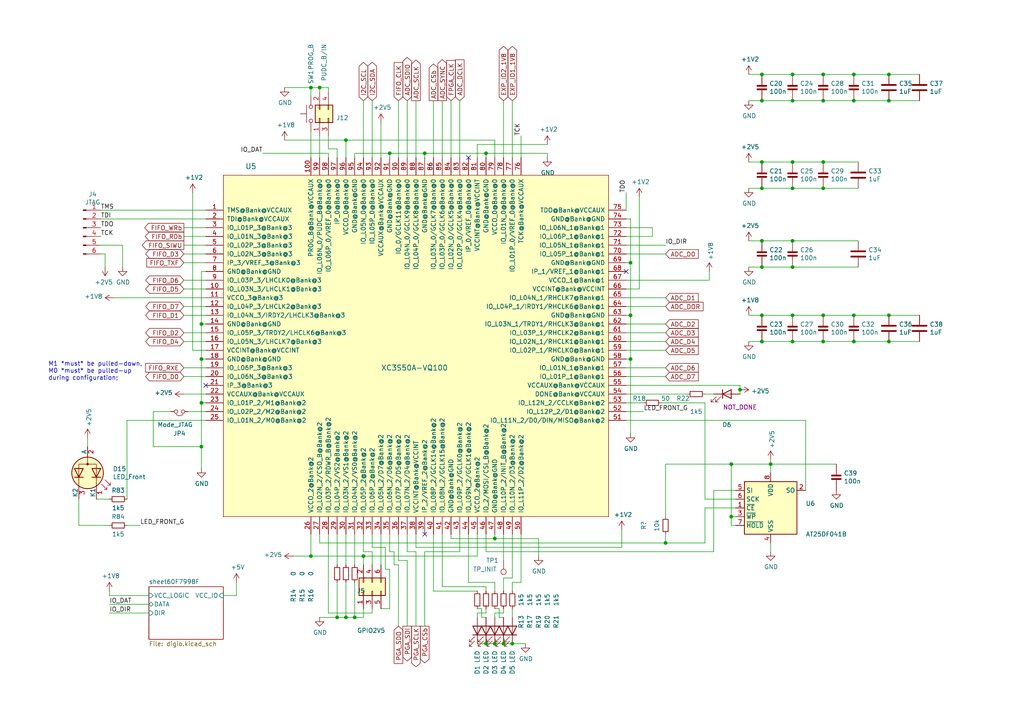
<source format=kicad_sch>
(kicad_sch (version 20230121) (generator eeschema)
  (paper "A4")
  (junction (at 247.65 91.44))
  (junction (at 90.17 25.4))
  (junction (at 105.41 161.29))
  (junction (at 143.51 186.69))
  (junction (at 97.79 179.07))
  (junction (at 229.87 77.47))
  (junction (at 220.98 29.21))
  (junction (at 212.09 134.62))
  (junction (at 238.76 99.06))
  (junction (at 238.76 21.59))
  (junction (at 123.19 44.45))
  (junction (at 220.98 69.85))
  (junction (at 58.42 129.54))
  (junction (at 90.17 161.29))
  (junction (at 229.87 29.21))
  (junction (at 220.98 54.61))
  (junction (at 229.87 69.85))
  (junction (at 238.76 29.21))
  (junction (at 220.98 46.99))
  (junction (at 143.51 156.21))
  (junction (at 229.87 91.44))
  (junction (at 92.71 25.4))
  (junction (at 223.52 134.62))
  (junction (at 214.63 113.03))
  (junction (at 58.42 104.14))
  (junction (at 102.87 179.07))
  (junction (at 182.88 91.44))
  (junction (at 257.81 99.06))
  (junction (at 247.65 21.59))
  (junction (at 140.97 186.69))
  (junction (at 58.42 116.84))
  (junction (at 229.87 54.61))
  (junction (at 247.65 29.21))
  (junction (at 220.98 99.06))
  (junction (at 238.76 54.61))
  (junction (at 238.76 46.99))
  (junction (at 182.88 104.14))
  (junction (at 229.87 46.99))
  (junction (at 238.76 91.44))
  (junction (at 193.04 157.48))
  (junction (at 220.98 21.59))
  (junction (at 247.65 99.06))
  (junction (at 212.09 149.86))
  (junction (at 257.81 21.59))
  (junction (at 100.33 179.07))
  (junction (at 146.05 186.69))
  (junction (at 229.87 21.59))
  (junction (at 220.98 91.44))
  (junction (at 229.87 99.06))
  (junction (at 257.81 29.21))
  (junction (at 148.59 186.69))
  (junction (at 140.97 44.45))
  (junction (at 113.03 44.45))
  (junction (at 257.81 91.44))
  (junction (at 58.42 93.98))
  (junction (at 100.33 40.64))
  (junction (at 220.98 77.47))
  (junction (at 182.88 76.2))
  (no_connect (at 59.69 111.76))
  (no_connect (at 181.61 78.74))
  (no_connect (at 135.89 45.72))
  (no_connect (at 123.19 154.94))
  (wire (pts (xy 53.34 109.22) (xy 59.69 109.22)))
  (wire (pts (xy 135.89 168.91) (xy 143.51 168.91)))
  (wire (pts (xy 118.11 154.94) (xy 118.11 160.02)))
  (wire (pts (xy 58.42 104.14) (xy 58.42 116.84)))
  (wire (pts (xy 105.41 163.83) (xy 105.41 161.29)))
  (wire (pts (xy 238.76 21.59) (xy 247.65 21.59)))
  (wire (pts (xy 59.69 93.98) (xy 58.42 93.98)))
  (wire (pts (xy 181.61 104.14) (xy 182.88 104.14)))
  (wire (pts (xy 205.74 78.74) (xy 205.74 81.28)))
  (wire (pts (xy 113.03 176.53) (xy 110.49 176.53)))
  (wire (pts (xy 223.52 134.62) (xy 212.09 134.62)))
  (wire (pts (xy 143.51 186.69) (xy 140.97 186.69)))
  (wire (pts (xy 229.87 77.47) (xy 248.92 77.47)))
  (wire (pts (xy 133.35 160.02) (xy 133.35 154.94)))
  (wire (pts (xy 182.88 91.44) (xy 182.88 104.14)))
  (wire (pts (xy 257.81 29.21) (xy 266.7 29.21)))
  (wire (pts (xy 59.69 104.14) (xy 58.42 104.14)))
  (wire (pts (xy 100.33 40.64) (xy 82.55 40.64)))
  (wire (pts (xy 102.87 179.07) (xy 105.41 179.07)))
  (wire (pts (xy 138.43 177.8) (xy 140.97 177.8)))
  (wire (pts (xy 217.17 54.61) (xy 220.98 54.61)))
  (wire (pts (xy 100.33 45.72) (xy 100.33 40.64)))
  (wire (pts (xy 181.61 96.52) (xy 193.04 96.52)))
  (wire (pts (xy 113.03 45.72) (xy 113.03 44.45)))
  (wire (pts (xy 257.81 91.44) (xy 247.65 91.44)))
  (wire (pts (xy 143.51 177.8) (xy 143.51 179.07)))
  (wire (pts (xy 44.45 129.54) (xy 58.42 129.54)))
  (wire (pts (xy 217.17 21.59) (xy 220.98 21.59)))
  (wire (pts (xy 44.45 119.38) (xy 44.45 129.54)))
  (wire (pts (xy 102.87 44.45) (xy 102.87 45.72)))
  (wire (pts (xy 113.03 160.02) (xy 114.3 160.02)))
  (wire (pts (xy 181.61 73.66) (xy 193.04 73.66)))
  (wire (pts (xy 102.87 168.91) (xy 102.87 179.07)))
  (wire (pts (xy 115.57 154.94) (xy 115.57 162.56)))
  (wire (pts (xy 113.03 165.1) (xy 113.03 176.53)))
  (wire (pts (xy 180.34 158.75) (xy 180.34 153.67)))
  (wire (pts (xy 22.86 152.4) (xy 31.75 152.4)))
  (wire (pts (xy 31.75 172.72) (xy 31.75 171.45)))
  (wire (pts (xy 92.71 26.67) (xy 92.71 25.4)))
  (wire (pts (xy 181.61 93.98) (xy 193.04 93.98)))
  (wire (pts (xy 53.34 91.44) (xy 59.69 91.44)))
  (wire (pts (xy 204.47 114.3) (xy 207.01 114.3)))
  (wire (pts (xy 130.81 154.94) (xy 130.81 156.21)))
  (wire (pts (xy 118.11 162.56) (xy 118.11 181.61)))
  (wire (pts (xy 59.69 60.96) (xy 29.21 60.96)))
  (wire (pts (xy 138.43 154.94) (xy 138.43 161.29)))
  (wire (pts (xy 97.79 45.72) (xy 97.79 43.18)))
  (wire (pts (xy 247.65 29.21) (xy 257.81 29.21)))
  (wire (pts (xy 40.64 152.4) (xy 36.83 152.4)))
  (wire (pts (xy 204.47 147.32) (xy 213.36 147.32)))
  (wire (pts (xy 148.59 186.69) (xy 146.05 186.69)))
  (wire (pts (xy 139.7 179.07) (xy 140.97 179.07)))
  (wire (pts (xy 212.09 152.4) (xy 213.36 152.4)))
  (wire (pts (xy 128.27 29.21) (xy 128.27 45.72)))
  (wire (pts (xy 35.56 71.12) (xy 35.56 77.47)))
  (wire (pts (xy 123.19 160.02) (xy 133.35 160.02)))
  (wire (pts (xy 97.79 43.18) (xy 95.25 43.18)))
  (wire (pts (xy 130.81 156.21) (xy 143.51 156.21)))
  (wire (pts (xy 144.78 176.53) (xy 144.78 179.07)))
  (wire (pts (xy 181.61 63.5) (xy 182.88 63.5)))
  (wire (pts (xy 181.61 114.3) (xy 199.39 114.3)))
  (wire (pts (xy 59.69 114.3) (xy 53.34 114.3)))
  (wire (pts (xy 204.47 116.84) (xy 204.47 144.78)))
  (wire (pts (xy 59.69 71.12) (xy 53.34 71.12)))
  (wire (pts (xy 140.97 177.8) (xy 140.97 176.53)))
  (wire (pts (xy 266.7 21.59) (xy 257.81 21.59)))
  (wire (pts (xy 68.58 168.91) (xy 68.58 172.72)))
  (wire (pts (xy 92.71 154.94) (xy 92.71 157.48)))
  (wire (pts (xy 58.42 129.54) (xy 58.42 135.89)))
  (wire (pts (xy 229.87 91.44) (xy 238.76 91.44)))
  (wire (pts (xy 115.57 163.83) (xy 115.57 181.61)))
  (wire (pts (xy 105.41 176.53) (xy 105.41 179.07)))
  (wire (pts (xy 68.58 172.72) (xy 64.77 172.72)))
  (wire (pts (xy 140.97 170.18) (xy 140.97 171.45)))
  (wire (pts (xy 181.61 109.22) (xy 193.04 109.22)))
  (wire (pts (xy 114.3 160.02) (xy 114.3 163.83)))
  (wire (pts (xy 133.35 29.21) (xy 133.35 45.72)))
  (wire (pts (xy 151.13 168.91) (xy 148.59 168.91)))
  (wire (pts (xy 146.05 176.53) (xy 146.05 177.8)))
  (wire (pts (xy 143.51 156.21) (xy 156.21 156.21)))
  (wire (pts (xy 212.09 149.86) (xy 212.09 152.4)))
  (wire (pts (xy 146.05 167.64) (xy 146.05 171.45)))
  (wire (pts (xy 115.57 29.21) (xy 115.57 45.72)))
  (wire (pts (xy 92.71 157.48) (xy 193.04 157.48)))
  (wire (pts (xy 107.95 177.8) (xy 107.95 176.53)))
  (wire (pts (xy 120.65 154.94) (xy 120.65 158.75)))
  (wire (pts (xy 111.76 158.75) (xy 111.76 165.1)))
  (wire (pts (xy 193.04 99.06) (xy 181.61 99.06)))
  (wire (pts (xy 30.48 73.66) (xy 30.48 77.47)))
  (wire (pts (xy 229.87 29.21) (xy 238.76 29.21)))
  (wire (pts (xy 36.83 121.92) (xy 36.83 144.78)))
  (wire (pts (xy 223.52 134.62) (xy 223.52 133.35)))
  (wire (pts (xy 59.69 116.84) (xy 58.42 116.84)))
  (wire (pts (xy 55.88 101.6) (xy 59.69 101.6)))
  (wire (pts (xy 105.41 29.21) (xy 105.41 45.72)))
  (wire (pts (xy 95.25 44.45) (xy 76.2 44.45)))
  (wire (pts (xy 95.25 26.67) (xy 95.25 25.4)))
  (wire (pts (xy 49.53 119.38) (xy 44.45 119.38)))
  (wire (pts (xy 125.73 29.21) (xy 125.73 45.72)))
  (wire (pts (xy 143.51 176.53) (xy 144.78 176.53)))
  (wire (pts (xy 140.97 160.02) (xy 207.01 160.02)))
  (wire (pts (xy 59.69 63.5) (xy 29.21 63.5)))
  (wire (pts (xy 151.13 45.72) (xy 151.13 39.37)))
  (wire (pts (xy 140.97 45.72) (xy 140.97 44.45)))
  (wire (pts (xy 58.42 78.74) (xy 58.42 93.98)))
  (wire (pts (xy 146.05 154.94) (xy 146.05 162.56)))
  (wire (pts (xy 220.98 77.47) (xy 229.87 77.47)))
  (wire (pts (xy 130.81 29.21) (xy 130.81 45.72)))
  (wire (pts (xy 207.01 142.24) (xy 213.36 142.24)))
  (wire (pts (xy 186.69 119.38) (xy 181.61 119.38)))
  (wire (pts (xy 238.76 91.44) (xy 247.65 91.44)))
  (wire (pts (xy 217.17 69.85) (xy 220.98 69.85)))
  (wire (pts (xy 148.59 154.94) (xy 148.59 167.64)))
  (wire (pts (xy 181.61 76.2) (xy 182.88 76.2)))
  (wire (pts (xy 105.41 161.29) (xy 138.43 161.29)))
  (wire (pts (xy 53.34 68.58) (xy 59.69 68.58)))
  (wire (pts (xy 257.81 21.59) (xy 247.65 21.59)))
  (wire (pts (xy 59.69 119.38) (xy 54.61 119.38)))
  (wire (pts (xy 182.88 104.14) (xy 182.88 125.73)))
  (wire (pts (xy 151.13 154.94) (xy 151.13 168.91)))
  (wire (pts (xy 110.49 154.94) (xy 110.49 163.83)))
  (wire (pts (xy 29.21 71.12) (xy 35.56 71.12)))
  (wire (pts (xy 140.97 44.45) (xy 158.75 44.45)))
  (wire (pts (xy 53.34 83.82) (xy 59.69 83.82)))
  (wire (pts (xy 143.51 168.91) (xy 143.51 171.45)))
  (wire (pts (xy 217.17 29.21) (xy 220.98 29.21)))
  (wire (pts (xy 43.18 172.72) (xy 31.75 172.72)))
  (wire (pts (xy 113.03 44.45) (xy 123.19 44.45)))
  (wire (pts (xy 95.25 154.94) (xy 95.25 177.8)))
  (wire (pts (xy 97.79 168.91) (xy 97.79 179.07)))
  (wire (pts (xy 181.61 66.04) (xy 189.23 66.04)))
  (wire (pts (xy 107.95 29.21) (xy 107.95 45.72)))
  (wire (pts (xy 223.52 137.16) (xy 223.52 134.62)))
  (wire (pts (xy 193.04 149.86) (xy 193.04 134.62)))
  (wire (pts (xy 220.98 91.44) (xy 229.87 91.44)))
  (wire (pts (xy 118.11 160.02) (xy 120.65 160.02)))
  (wire (pts (xy 242.57 134.62) (xy 223.52 134.62)))
  (wire (pts (xy 105.41 154.94) (xy 105.41 160.02)))
  (wire (pts (xy 143.51 45.72) (xy 143.51 40.64)))
  (wire (pts (xy 181.61 111.76) (xy 214.63 111.76)))
  (wire (pts (xy 135.89 154.94) (xy 135.89 168.91)))
  (wire (pts (xy 266.7 91.44) (xy 257.81 91.44)))
  (wire (pts (xy 53.34 66.04) (xy 59.69 66.04)))
  (wire (pts (xy 120.65 160.02) (xy 120.65 181.61)))
  (wire (pts (xy 33.02 86.36) (xy 59.69 86.36)))
  (wire (pts (xy 102.87 44.45) (xy 113.03 44.45)))
  (wire (pts (xy 193.04 157.48) (xy 204.47 157.48)))
  (wire (pts (xy 181.61 91.44) (xy 182.88 91.44)))
  (wire (pts (xy 140.97 154.94) (xy 140.97 160.02)))
  (wire (pts (xy 156.21 156.21) (xy 156.21 161.29)))
  (wire (pts (xy 144.78 179.07) (xy 146.05 179.07)))
  (wire (pts (xy 120.65 158.75) (xy 180.34 158.75)))
  (wire (pts (xy 217.17 99.06) (xy 220.98 99.06)))
  (wire (pts (xy 185.42 57.15) (xy 185.42 83.82)))
  (wire (pts (xy 90.17 161.29) (xy 105.41 161.29)))
  (wire (pts (xy 111.76 165.1) (xy 113.03 165.1)))
  (wire (pts (xy 107.95 158.75) (xy 111.76 158.75)))
  (wire (pts (xy 220.98 29.21) (xy 229.87 29.21)))
  (wire (pts (xy 123.19 45.72) (xy 123.19 44.45)))
  (wire (pts (xy 182.88 63.5) (xy 182.88 76.2)))
  (wire (pts (xy 229.87 46.99) (xy 238.76 46.99)))
  (wire (pts (xy 90.17 161.29) (xy 85.09 161.29)))
  (wire (pts (xy 82.55 25.4) (xy 90.17 25.4)))
  (wire (pts (xy 92.71 179.07) (xy 97.79 179.07)))
  (wire (pts (xy 148.59 167.64) (xy 146.05 167.64)))
  (wire (pts (xy 229.87 99.06) (xy 238.76 99.06)))
  (wire (pts (xy 110.49 45.72) (xy 110.49 35.56)))
  (wire (pts (xy 148.59 186.69) (xy 152.4 186.69)))
  (wire (pts (xy 125.73 154.94) (xy 125.73 171.45)))
  (wire (pts (xy 229.87 69.85) (xy 248.92 69.85)))
  (wire (pts (xy 114.3 163.83) (xy 115.57 163.83)))
  (wire (pts (xy 128.27 170.18) (xy 140.97 170.18)))
  (wire (pts (xy 138.43 176.53) (xy 139.7 176.53)))
  (wire (pts (xy 143.51 154.94) (xy 143.51 156.21)))
  (wire (pts (xy 220.98 69.85) (xy 229.87 69.85)))
  (wire (pts (xy 43.18 175.26) (xy 31.75 175.26)))
  (wire (pts (xy 113.03 154.94) (xy 113.03 160.02)))
  (wire (pts (xy 223.52 157.48) (xy 223.52 160.02)))
  (wire (pts (xy 125.73 171.45) (xy 138.43 171.45)))
  (wire (pts (xy 217.17 91.44) (xy 220.98 91.44)))
  (wire (pts (xy 185.42 83.82) (xy 181.61 83.82)))
  (wire (pts (xy 207.01 160.02) (xy 207.01 142.24)))
  (wire (pts (xy 204.47 144.78) (xy 213.36 144.78)))
  (wire (pts (xy 58.42 116.84) (xy 58.42 129.54)))
  (wire (pts (xy 257.81 99.06) (xy 266.7 99.06)))
  (wire (pts (xy 146.05 186.69) (xy 143.51 186.69)))
  (wire (pts (xy 229.87 21.59) (xy 238.76 21.59)))
  (wire (pts (xy 217.17 77.47) (xy 220.98 77.47)))
  (wire (pts (xy 92.71 25.4) (xy 90.17 25.4)))
  (wire (pts (xy 53.34 99.06) (xy 59.69 99.06)))
  (wire (pts (xy 148.59 176.53) (xy 148.59 179.07)))
  (wire (pts (xy 115.57 162.56) (xy 118.11 162.56)))
  (wire (pts (xy 55.88 101.6) (xy 55.88 55.88)))
  (wire (pts (xy 120.65 29.21) (xy 120.65 45.72)))
  (wire (pts (xy 59.69 78.74) (xy 58.42 78.74)))
  (wire (pts (xy 43.18 177.8) (xy 31.75 177.8)))
  (wire (pts (xy 181.61 101.6) (xy 193.04 101.6)))
  (wire (pts (xy 220.98 99.06) (xy 229.87 99.06)))
  (wire (pts (xy 146.05 177.8) (xy 143.51 177.8)))
  (wire (pts (xy 138.43 179.07) (xy 138.43 177.8)))
  (wire (pts (xy 123.19 44.45) (xy 140.97 44.45)))
  (wire (pts (xy 233.68 121.92) (xy 181.61 121.92)))
  (wire (pts (xy 189.23 66.04) (xy 189.23 68.58)))
  (wire (pts (xy 128.27 154.94) (xy 128.27 170.18)))
  (wire (pts (xy 107.95 154.94) (xy 107.95 158.75)))
  (wire (pts (xy 95.25 43.18) (xy 95.25 39.37)))
  (wire (pts (xy 90.17 154.94) (xy 90.17 161.29)))
  (wire (pts (xy 92.71 39.37) (xy 92.71 45.72)))
  (wire (pts (xy 181.61 86.36) (xy 193.04 86.36)))
  (wire (pts (xy 148.59 29.21) (xy 148.59 45.72)))
  (wire (pts (xy 27.94 144.78) (xy 31.75 144.78)))
  (wire (pts (xy 193.04 88.9) (xy 181.61 88.9)))
  (wire (pts (xy 118.11 29.21) (xy 118.11 45.72)))
  (wire (pts (xy 191.77 116.84) (xy 204.47 116.84)))
  (wire (pts (xy 102.87 154.94) (xy 102.87 163.83)))
  (wire (pts (xy 123.19 160.02) (xy 123.19 181.61)))
  (wire (pts (xy 95.25 177.8) (xy 107.95 177.8)))
  (wire (pts (xy 247.65 99.06) (xy 257.81 99.06)))
  (wire (pts (xy 53.34 88.9) (xy 59.69 88.9)))
  (wire (pts (xy 105.41 160.02) (xy 107.95 160.02)))
  (wire (pts (xy 100.33 154.94) (xy 100.33 163.83)))
  (wire (pts (xy 22.86 144.78) (xy 22.86 152.4)))
  (wire (pts (xy 53.34 106.68) (xy 59.69 106.68)))
  (wire (pts (xy 238.76 29.21) (xy 247.65 29.21)))
  (wire (pts (xy 220.98 21.59) (xy 229.87 21.59)))
  (wire (pts (xy 146.05 29.21) (xy 146.05 45.72)))
  (wire (pts (xy 193.04 134.62) (xy 212.09 134.62)))
  (wire (pts (xy 100.33 168.91) (xy 100.33 179.07)))
  (wire (pts (xy 220.98 46.99) (xy 229.87 46.99)))
  (wire (pts (xy 238.76 99.06) (xy 247.65 99.06)))
  (wire (pts (xy 58.42 93.98) (xy 58.42 104.14)))
  (wire (pts (xy 140.97 186.69) (xy 138.43 186.69)))
  (wire (pts (xy 158.75 44.45) (xy 158.75 45.72)))
  (wire (pts (xy 220.98 54.61) (xy 229.87 54.61)))
  (wire (pts (xy 181.61 81.28) (xy 205.74 81.28)))
  (wire (pts (xy 59.69 121.92) (xy 36.83 121.92)))
  (wire (pts (xy 238.76 46.99) (xy 248.92 46.99)))
  (wire (pts (xy 25.4 127) (xy 25.4 129.54)))
  (wire (pts (xy 29.21 73.66) (xy 30.48 73.66)))
  (wire (pts (xy 95.25 45.72) (xy 95.25 44.45)))
  (wire (pts (xy 148.59 168.91) (xy 148.59 171.45)))
  (wire (pts (xy 97.79 179.07) (xy 100.33 179.07)))
  (wire (pts (xy 193.04 154.94) (xy 193.04 157.48)))
  (wire (pts (xy 181.61 71.12) (xy 193.04 71.12)))
  (wire (pts (xy 214.63 113.03) (xy 214.63 114.3)))
  (wire (pts (xy 217.17 46.99) (xy 220.98 46.99)))
  (wire (pts (xy 139.7 176.53) (xy 139.7 179.07)))
  (wire (pts (xy 138.43 41.91) (xy 158.75 41.91)))
  (wire (pts (xy 138.43 45.72) (xy 138.43 41.91)))
  (wire (pts (xy 107.95 160.02) (xy 107.95 163.83)))
  (wire (pts (xy 181.61 60.96) (xy 181.61 55.88)))
  (wire (pts (xy 189.23 68.58) (xy 181.61 68.58)))
  (wire (pts (xy 90.17 38.1) (xy 90.17 45.72)))
  (wire (pts (xy 143.51 40.64) (xy 100.33 40.64)))
  (wire (pts (xy 181.61 116.84) (xy 186.69 116.84)))
  (wire (pts (xy 238.76 54.61) (xy 248.92 54.61)))
  (wire (pts (xy 229.87 54.61) (xy 238.76 54.61)))
  (wire (pts (xy 212.09 134.62) (xy 212.09 149.86)))
  (wire (pts (xy 204.47 147.32) (xy 204.47 157.48)))
  (wire (pts (xy 213.36 149.86) (xy 212.09 149.86)))
  (wire (pts (xy 53.34 76.2) (xy 59.69 76.2)))
  (wire (pts (xy 181.61 106.68) (xy 193.04 106.68)))
  (wire (pts (xy 95.25 25.4) (xy 92.71 25.4)))
  (wire (pts (xy 97.79 154.94) (xy 97.79 163.83)))
  (wire (pts (xy 53.34 96.52) (xy 59.69 96.52)))
  (wire (pts (xy 182.88 76.2) (xy 182.88 91.44)))
  (wire (pts (xy 100.33 179.07) (xy 102.87 179.07)))
  (wire (pts (xy 53.34 81.28) (xy 59.69 81.28)))
  (wire (pts (xy 90.17 25.4) (xy 90.17 27.94)))
  (wire (pts (xy 214.63 111.76) (xy 214.63 113.03)))
  (wire (pts (xy 53.34 73.66) (xy 59.69 73.66)))
  (wire (pts (xy 233.68 142.24) (xy 233.68 121.92)))
  (text "M1 *must* be pulled-down,\nM0 *must* be pulled-up\nduring configuration;" (at 13.97 110.49 0) (effects (font (size 1.27 1.27)) (justify left bottom)))
  (label "IO_DIR" (at 193.04 71.12 0))
  (label "IO_DIR" (at 31.75 177.8 0))
  (label "TCK" (at 29.21 68.58 0))
  (label "IO_DAT" (at 31.75 175.26 0))
  (label "TDO" (at 29.21 66.04 0))
  (label "IO_DAT" (at 76.2 44.45 180))
  (label "TDI" (at 29.21 63.5 0))
  (label "LED_FRONT_G" (at 40.64 152.4 0))
  (label "TCK" (at 151.13 39.37 90))
  (label "LED_FRONT_G" (at 186.69 119.38 0))
  (label "TDO" (at 181.61 55.88 90))
  (label "TMS" (at 29.21 60.96 0))
  (global_label "FIFO_D4" (shape bidirectional) (at 53.34 99.06 180) (property "Intersheetrefs" "${INTERSHEET_REFS}" (effects hide)))
  (global_label "FPGA_CLK" (shape input) (at 130.81 29.21 90) (property "Intersheetrefs" "${INTERSHEET_REFS}" (effects hide)))
  (global_label "FIFO_SIWU" (shape output) (at 53.34 71.12 180) (property "Intersheetrefs" "${INTERSHEET_REFS}" (effects hide)))
  (global_label "ADC_DOR" (shape input) (at 193.04 88.9 0) (property "Intersheetrefs" "${INTERSHEET_REFS}" (effects hide)))
  (global_label "EXP_IO1_1V8" (shape bidirectional) (at 148.59 29.21 90) (property "Intersheetrefs" "${INTERSHEET_REFS}" (effects hide)))
  (global_label "FIFO_WRb" (shape output) (at 53.34 66.04 180) (property "Intersheetrefs" "${INTERSHEET_REFS}" (effects hide)))
  (global_label "FIFO_D2" (shape bidirectional) (at 53.34 96.52 180) (property "Intersheetrefs" "${INTERSHEET_REFS}" (effects hide)))
  (global_label "ADC_D2" (shape input) (at 193.04 93.98 0) (property "Intersheetrefs" "${INTERSHEET_REFS}" (effects hide)))
  (global_label "ADC_D7" (shape input) (at 193.04 109.22 0) (property "Intersheetrefs" "${INTERSHEET_REFS}" (effects hide)))
  (global_label "PGA_CSb" (shape output) (at 123.19 181.61 270) (property "Intersheetrefs" "${INTERSHEET_REFS}" (effects hide)))
  (global_label "I2C_SCL" (shape bidirectional) (at 105.41 29.21 90) (property "Intersheetrefs" "${INTERSHEET_REFS}" (effects hide)))
  (global_label "FIFO_D3" (shape bidirectional) (at 53.34 73.66 180) (property "Intersheetrefs" "${INTERSHEET_REFS}" (effects hide)))
  (global_label "EXP_IO2_1V8" (shape bidirectional) (at 146.05 29.21 90) (property "Intersheetrefs" "${INTERSHEET_REFS}" (effects hide)))
  (global_label "ADC_CSb" (shape output) (at 125.73 29.21 90) (property "Intersheetrefs" "${INTERSHEET_REFS}" (effects hide)))
  (global_label "ADC_SDIO" (shape bidirectional) (at 118.11 29.21 90) (property "Intersheetrefs" "${INTERSHEET_REFS}" (effects hide)))
  (global_label "FIFO_D1" (shape bidirectional) (at 53.34 91.44 180) (property "Intersheetrefs" "${INTERSHEET_REFS}" (effects hide)))
  (global_label "ADC_D5" (shape input) (at 193.04 101.6 0) (property "Intersheetrefs" "${INTERSHEET_REFS}" (effects hide)))
  (global_label "ADC_D4" (shape input) (at 193.04 99.06 0) (property "Intersheetrefs" "${INTERSHEET_REFS}" (effects hide)))
  (global_label "ADC_D3" (shape input) (at 193.04 96.52 0) (property "Intersheetrefs" "${INTERSHEET_REFS}" (effects hide)))
  (global_label "ADC_DCLK" (shape input) (at 133.35 29.21 90) (property "Intersheetrefs" "${INTERSHEET_REFS}" (effects hide)))
  (global_label "PGA_SDO" (shape input) (at 115.57 181.61 270) (property "Intersheetrefs" "${INTERSHEET_REFS}" (effects hide)))
  (global_label "FIFO_D0" (shape bidirectional) (at 53.34 109.22 180) (property "Intersheetrefs" "${INTERSHEET_REFS}" (effects hide)))
  (global_label "PGA_SCLK" (shape output) (at 120.65 181.61 270) (property "Intersheetrefs" "${INTERSHEET_REFS}" (effects hide)))
  (global_label "FIFO_RXE" (shape input) (at 53.34 106.68 180) (property "Intersheetrefs" "${INTERSHEET_REFS}" (effects hide)))
  (global_label "FIFO_D6" (shape bidirectional) (at 53.34 81.28 180) (property "Intersheetrefs" "${INTERSHEET_REFS}" (effects hide)))
  (global_label "FIFO_TXF" (shape input) (at 53.34 76.2 180) (property "Intersheetrefs" "${INTERSHEET_REFS}" (effects hide)))
  (global_label "FIFO_D7" (shape bidirectional) (at 53.34 88.9 180) (property "Intersheetrefs" "${INTERSHEET_REFS}" (effects hide)))
  (global_label "ADC_D1" (shape input) (at 193.04 86.36 0) (property "Intersheetrefs" "${INTERSHEET_REFS}" (effects hide)))
  (global_label "FIFO_D5" (shape bidirectional) (at 53.34 83.82 180) (property "Intersheetrefs" "${INTERSHEET_REFS}" (effects hide)))
  (global_label "ADC_D0" (shape input) (at 193.04 73.66 0) (property "Intersheetrefs" "${INTERSHEET_REFS}" (effects hide)))
  (global_label "ADC_D6" (shape input) (at 193.04 106.68 0) (property "Intersheetrefs" "${INTERSHEET_REFS}" (effects hide)))
  (global_label "PGA_SDI" (shape output) (at 118.11 181.61 270) (property "Intersheetrefs" "${INTERSHEET_REFS}" (effects hide)))
  (global_label "ADC_SCLK" (shape output) (at 120.65 29.21 90) (property "Intersheetrefs" "${INTERSHEET_REFS}" (effects hide)))
  (global_label "I2C_SDA" (shape bidirectional) (at 107.95 29.21 90) (property "Intersheetrefs" "${INTERSHEET_REFS}" (effects hide)))
  (global_label "ADC_SYNC" (shape output) (at 128.27 29.21 90) (property "Intersheetrefs" "${INTERSHEET_REFS}" (effects hide)))
  (global_label "FIFO_CLK" (shape input) (at 115.57 29.21 90) (property "Intersheetrefs" "${INTERSHEET_REFS}" (effects hide)))
  (global_label "FIFO_RDb" (shape output) (at 53.34 68.58 180) (property "Intersheetrefs" "${INTERSHEET_REFS}" (effects hide)))
  (symbol (lib_id "usbadc-rescue:SST25VF080B-50-4x-S2Ax-Memory_Flash") (at 223.52 147.32 0) (unit 1)
    (property "Reference" "U6" (at 233.68 146.05 0) (effects (justify left)))
    (property "Value" "AT25DF041B" (at 233.68 154.94 0) (effects (justify left)))
    (property "Footprint" "Package_SO:SOIC-8_3.9x4.9mm_P1.27mm" (effects hide))
    (property "Datasheet" "https://www.adestotech.com/wp-content/uploads/DS-AT25SF081_045.pdf" (effects hide))
    (property "Part" "AT25DF041B" (effects hide))
    (property "Manufacturer" "Adesto" (effects hide))
  )
  (symbol (lib_id "Device:R_Small") (at 189.23 116.84 270) (unit 1)
    (property "Reference" "R18" (at 185.42 115.57 90))
    (property "Value" "50" (at 193.04 115.57 90))
    (property "Footprint" "Resistor_SMD:R_0603_1608Metric" (effects hide))
  )
  (symbol (lib_id "Device:LED") (at 210.82 114.3 0) (unit 1)
    (property "Reference" "D6" (at 210.82 123.19 0))
    (property "Value" "LED" (effects hide))
    (property "Footprint" "LED_SMD:LED_0603_1608Metric" (effects hide))
    (property "Part" "150060RS75000" (effects hide))
    (property "Manufacturer" "Wurth" (effects hide))
    (property "Label" "NOT_DONE" (at 214.63 118.11 0))
  )
  (symbol (lib_id "power:+2V5") (at 223.52 133.35 0) (unit 1)
    (property "Reference" "#PWR?" (effects hide))
    (property "Value" "+2V5" (at 223.901 130.0988 90) (effects (justify left)))
  )
  (symbol (lib_id "power:GND") (at 223.52 160.02 0) (unit 1)
    (property "Reference" "#PWR?" (effects hide))
    (property "Value" "GND" (at 223.647 164.4142 0))
  )
  (symbol (lib_id "usbadc-rescue:Jumper_NC_Small-Device") (at 52.07 119.38 180) (unit 1)
    (property "Reference" "JP4" (at 52.07 125.73 0))
    (property "Value" "Mode_JTAG" (at 50.8 123.19 0))
    (property "Footprint" "Connector_PinHeader_2.54mm:PinHeader_1x02_P2.54mm_Vertical" (effects hide))
  )
  (symbol (lib_id "Connector:TestPoint") (at 146.05 162.56 180) (unit 1)
    (property "Reference" "TP1" (at 140.97 162.56 0) (effects (justify right)))
    (property "Value" "TP_INIT" (at 137.16 165.1 0) (effects (justify right)))
    (property "Footprint" "TestPoint:TestPoint_Pad_D1.0mm" (effects hide))
  )
  (symbol (lib_id "Device:R_Small") (at 97.79 166.37 0) (unit 1)
    (property "Reference" "R14" (at 85.09 172.72 90))
    (property "Value" "0" (at 85.09 166.37 90))
    (property "Footprint" "Resistor_SMD:R_0603_1608Metric" (effects hide))
    (property "Part" "RMCF0603ZT0R00" (effects hide))
    (property "Manufacturer" "Stackpole" (effects hide))
  )
  (symbol (lib_id "power:GND") (at 92.71 179.07 0) (unit 1)
    (property "Reference" "#PWR?" (effects hide))
    (property "Value" "GND" (at 92.837 183.4642 0))
  )
  (symbol (lib_id "fmc:100nF_402") (at 220.98 25.4 0) (unit 1)
    (property "Reference" "C20" (at 223.139 24.2316 0) (effects (justify left)))
    (property "Value" "100n" (at 223.139 26.543 0) (effects (justify left)))
    (property "Footprint" "Capacitor_SMD:C_0402_1005Metric" (effects hide))
    (property "Part" "GRM155R61C104KA88D" (effects hide))
    (property "Manufacturer" "Murata" (effects hide))
  )
  (symbol (lib_id "fmc:100nF_402") (at 229.87 25.4 0) (unit 1)
    (property "Reference" "C24" (at 232.029 24.2316 0) (effects (justify left)))
    (property "Value" "100n" (at 232.029 26.543 0) (effects (justify left)))
    (property "Footprint" "Capacitor_SMD:C_0402_1005Metric" (effects hide))
    (property "Part" "GRM155R61C104KA88D" (effects hide))
    (property "Manufacturer" "Murata" (effects hide))
  )
  (symbol (lib_id "fmc:100nF_402") (at 238.76 25.4 0) (unit 1)
    (property "Reference" "C28" (at 240.919 24.2316 0) (effects (justify left)))
    (property "Value" "100n" (at 240.919 26.543 0) (effects (justify left)))
    (property "Footprint" "Capacitor_SMD:C_0402_1005Metric" (effects hide))
    (property "Part" "GRM155R61C104KA88D" (effects hide))
    (property "Manufacturer" "Murata" (effects hide))
  )
  (symbol (lib_id "fmc:100nF_402") (at 247.65 25.4 0) (unit 1)
    (property "Reference" "C31" (at 249.809 24.2316 0) (effects (justify left)))
    (property "Value" "100n" (at 249.809 26.543 0) (effects (justify left)))
    (property "Footprint" "Capacitor_SMD:C_0402_1005Metric" (effects hide))
    (property "Part" "GRM155R61C104KA88D" (effects hide))
    (property "Manufacturer" "Murata" (effects hide))
  )
  (symbol (lib_id "power:+1V2") (at 217.17 21.59 0) (unit 1)
    (property "Reference" "#PWR?" (effects hide))
    (property "Value" "+1V2" (at 217.551 17.1958 0))
  )
  (symbol (lib_id "power:GND") (at 217.17 29.21 0) (unit 1)
    (property "Reference" "#PWR?" (effects hide))
    (property "Value" "GND" (at 217.297 33.6042 0))
  )
  (symbol (lib_id "fmc:1uF_805") (at 257.81 25.4 0) (unit 1)
    (property "Reference" "C35" (at 260.731 24.2316 0) (effects (justify left)))
    (property "Value" "1uF" (at 260.731 26.543 0) (effects (justify left)))
    (property "Footprint" "Capacitor_SMD:C_0805_2012Metric" (effects hide))
    (property "Part" "GCJ219R71C105KA01" (effects hide))
    (property "Manufacturer" "Murata" (effects hide))
  )
  (symbol (lib_id "fmc:1uF_805") (at 266.7 25.4 0) (unit 1)
    (property "Reference" "C37" (at 269.621 24.2316 0) (effects (justify left)))
    (property "Value" "1uF" (at 269.621 26.543 0) (effects (justify left)))
    (property "Footprint" "Capacitor_SMD:C_0805_2012Metric" (effects hide))
    (property "Part" "GCJ219R71C105KA01" (effects hide))
    (property "Manufacturer" "Murata" (effects hide))
  )
  (symbol (lib_id "Device:LED") (at 148.59 182.88 270) (mirror x) (unit 1)
    (property "Reference" "D5" (at 148.59 194.31 0))
    (property "Value" "LED" (at 148.59 190.5 0))
    (property "Footprint" "LED_SMD:LED_0603_1608Metric" (effects hide))
    (property "Part" "150060RS75000" (effects hide))
    (property "Manufacturer" "Wurth" (effects hide))
  )
  (symbol (lib_id "Device:LED") (at 146.05 182.88 270) (mirror x) (unit 1)
    (property "Reference" "D4" (at 146.05 194.31 0))
    (property "Value" "LED" (at 146.05 190.5 0))
    (property "Footprint" "LED_SMD:LED_0603_1608Metric" (effects hide))
    (property "Part" "150060RS75000" (effects hide))
    (property "Manufacturer" "Wurth" (effects hide))
  )
  (symbol (lib_id "Device:LED") (at 143.51 182.88 270) (mirror x) (unit 1)
    (property "Reference" "D3" (at 143.51 194.31 0))
    (property "Value" "LED" (at 143.51 190.5 0))
    (property "Footprint" "LED_SMD:LED_0603_1608Metric" (effects hide))
    (property "Part" "150060RS75000" (effects hide))
    (property "Manufacturer" "Wurth" (effects hide))
  )
  (symbol (lib_id "Device:LED") (at 140.97 182.88 270) (mirror x) (unit 1)
    (property "Reference" "D2" (at 140.97 194.31 0))
    (property "Value" "LED" (at 140.97 190.5 0))
    (property "Footprint" "LED_SMD:LED_0603_1608Metric" (effects hide))
    (property "Part" "150060RS75000" (effects hide))
    (property "Manufacturer" "Wurth" (effects hide))
  )
  (symbol (lib_id "Device:LED") (at 138.43 182.88 270) (mirror x) (unit 1)
    (property "Reference" "D1" (at 138.43 194.31 0))
    (property "Value" "LED" (at 138.43 190.5 0))
    (property "Footprint" "LED_SMD:LED_0603_1608Metric" (effects hide))
    (property "Part" "150060RS75000" (effects hide))
    (property "Manufacturer" "Wurth" (effects hide))
  )
  (symbol (lib_id "Device:R_Small") (at 138.43 173.99 0) (mirror y) (unit 1)
    (property "Reference" "R13" (at 151.13 180.34 90))
    (property "Value" "1k5" (at 151.13 173.99 90))
    (property "Footprint" "Resistor_SMD:R_0603_1608Metric" (effects hide))
    (property "Part" " RC0603FR-071K5L " (effects hide))
    (property "Manufacturer" "Yageo" (effects hide))
  )
  (symbol (lib_id "fmc:100nF_402") (at 220.98 50.8 0) (unit 1)
    (property "Reference" "C21" (at 223.139 49.6316 0) (effects (justify left)))
    (property "Value" "100n" (at 223.139 51.943 0) (effects (justify left)))
    (property "Footprint" "Capacitor_SMD:C_0402_1005Metric" (effects hide))
    (property "Part" "GRM155R61C104KA88D" (effects hide))
    (property "Manufacturer" "Murata" (effects hide))
  )
  (symbol (lib_id "fmc:100nF_402") (at 229.87 50.8 0) (unit 1)
    (property "Reference" "C25" (at 232.029 49.6316 0) (effects (justify left)))
    (property "Value" "100n" (at 232.029 51.943 0) (effects (justify left)))
    (property "Footprint" "Capacitor_SMD:C_0402_1005Metric" (effects hide))
    (property "Part" "GRM155R61C104KA88D" (effects hide))
    (property "Manufacturer" "Murata" (effects hide))
  )
  (symbol (lib_id "fmc:100nF_402") (at 238.76 50.8 0) (unit 1)
    (property "Reference" "C29" (at 240.919 49.6316 0) (effects (justify left)))
    (property "Value" "100n" (at 240.919 51.943 0) (effects (justify left)))
    (property "Footprint" "Capacitor_SMD:C_0402_1005Metric" (effects hide))
    (property "Part" "GRM155R61C104KA88D" (effects hide))
    (property "Manufacturer" "Murata" (effects hide))
  )
  (symbol (lib_id "power:GND") (at 217.17 54.61 0) (unit 1)
    (property "Reference" "#PWR?" (effects hide))
    (property "Value" "GND" (at 217.297 59.0042 0))
  )
  (symbol (lib_id "fmc:1uF_805") (at 248.92 50.8 0) (unit 1)
    (property "Reference" "C33" (at 251.841 49.6316 0) (effects (justify left)))
    (property "Value" "1uF" (at 251.841 51.943 0) (effects (justify left)))
    (property "Footprint" "Capacitor_SMD:C_0805_2012Metric" (effects hide))
    (property "Part" "GCJ219R71C105KA01" (effects hide))
    (property "Manufacturer" "Murata" (effects hide))
  )
  (symbol (lib_id "power:+2V5") (at 217.17 46.99 0) (unit 1)
    (property "Reference" "#PWR?" (effects hide))
    (property "Value" "+2V5" (at 217.551 42.5958 0))
  )
  (symbol (lib_id "fmc:100nF_402") (at 220.98 73.66 0) (unit 1)
    (property "Reference" "C22" (at 223.139 72.4916 0) (effects (justify left)))
    (property "Value" "100n" (at 223.139 74.803 0) (effects (justify left)))
    (property "Footprint" "Capacitor_SMD:C_0402_1005Metric" (effects hide))
    (property "Part" "GRM155R61C104KA88D" (effects hide))
    (property "Manufacturer" "Murata" (effects hide))
  )
  (symbol (lib_id "fmc:100nF_402") (at 229.87 73.66 0) (unit 1)
    (property "Reference" "C26" (at 232.029 72.4916 0) (effects (justify left)))
    (property "Value" "100n" (at 232.029 74.803 0) (effects (justify left)))
    (property "Footprint" "Capacitor_SMD:C_0402_1005Metric" (effects hide))
    (property "Part" "GRM155R61C104KA88D" (effects hide))
    (property "Manufacturer" "Murata" (effects hide))
  )
  (symbol (lib_id "power:GND") (at 217.17 77.47 0) (unit 1)
    (property "Reference" "#PWR?" (effects hide))
    (property "Value" "GND" (at 217.297 81.8642 0))
  )
  (symbol (lib_id "fmc:1uF_805") (at 248.92 73.66 0) (unit 1)
    (property "Reference" "C34" (at 251.841 72.4916 0) (effects (justify left)))
    (property "Value" "1uF" (at 251.841 74.803 0) (effects (justify left)))
    (property "Footprint" "Capacitor_SMD:C_0805_2012Metric" (effects hide))
    (property "Part" "GCJ219R71C105KA01" (effects hide))
    (property "Manufacturer" "Murata" (effects hide))
  )
  (symbol (lib_id "power:+2V5") (at 217.17 69.85 0) (unit 1)
    (property "Reference" "#PWR?" (effects hide))
    (property "Value" "+2V5" (at 217.551 65.4558 0))
  )
  (symbol (lib_id "fmc:100nF_402") (at 220.98 95.25 0) (unit 1)
    (property "Reference" "C23" (at 223.139 94.0816 0) (effects (justify left)))
    (property "Value" "100n" (at 223.139 96.393 0) (effects (justify left)))
    (property "Footprint" "Capacitor_SMD:C_0402_1005Metric" (effects hide))
    (property "Part" "GRM155R61C104KA88D" (effects hide))
    (property "Manufacturer" "Murata" (effects hide))
  )
  (symbol (lib_id "fmc:100nF_402") (at 229.87 95.25 0) (unit 1)
    (property "Reference" "C27" (at 232.029 94.0816 0) (effects (justify left)))
    (property "Value" "100n" (at 232.029 96.393 0) (effects (justify left)))
    (property "Footprint" "Capacitor_SMD:C_0402_1005Metric" (effects hide))
    (property "Part" "GRM155R61C104KA88D" (effects hide))
    (property "Manufacturer" "Murata" (effects hide))
  )
  (symbol (lib_id "fmc:100nF_402") (at 238.76 95.25 0) (unit 1)
    (property "Reference" "C30" (at 240.919 94.0816 0) (effects (justify left)))
    (property "Value" "100n" (at 240.919 96.393 0) (effects (justify left)))
    (property "Footprint" "Capacitor_SMD:C_0402_1005Metric" (effects hide))
    (property "Part" "GRM155R61C104KA88D" (effects hide))
    (property "Manufacturer" "Murata" (effects hide))
  )
  (symbol (lib_id "fmc:100nF_402") (at 247.65 95.25 0) (unit 1)
    (property "Reference" "C32" (at 249.809 94.0816 0) (effects (justify left)))
    (property "Value" "100n" (at 249.809 96.393 0) (effects (justify left)))
    (property "Footprint" "Capacitor_SMD:C_0402_1005Metric" (effects hide))
    (property "Part" "GRM155R61C104KA88D" (effects hide))
    (property "Manufacturer" "Murata" (effects hide))
  )
  (symbol (lib_id "power:GND") (at 217.17 99.06 0) (unit 1)
    (property "Reference" "#PWR?" (effects hide))
    (property "Value" "GND" (at 217.297 103.4542 0))
  )
  (symbol (lib_id "fmc:1uF_805") (at 257.81 95.25 0) (unit 1)
    (property "Reference" "C36" (at 260.731 94.0816 0) (effects (justify left)))
    (property "Value" "1uF" (at 260.731 96.393 0) (effects (justify left)))
    (property "Footprint" "Capacitor_SMD:C_0805_2012Metric" (effects hide))
    (property "Part" "GCJ219R71C105KA01" (effects hide))
    (property "Manufacturer" "Murata" (effects hide))
  )
  (symbol (lib_id "fmc:1uF_805") (at 266.7 95.25 0) (unit 1)
    (property "Reference" "C38" (at 269.621 94.0816 0) (effects (justify left)))
    (property "Value" "1uF" (at 269.621 96.393 0) (effects (justify left)))
    (property "Footprint" "Capacitor_SMD:C_0805_2012Metric" (effects hide))
    (property "Part" "GCJ219R71C105KA01" (effects hide))
    (property "Manufacturer" "Murata" (effects hide))
  )
  (symbol (lib_id "power:+1V8") (at 217.17 91.44 0) (unit 1)
    (property "Reference" "#PWR?" (effects hide))
    (property "Value" "+1V8" (at 217.551 87.0458 0))
  )
  (symbol (lib_id "fmc:100nF_402") (at 242.57 138.43 0) (unit 1)
    (property "Reference" "C39" (at 244.729 137.2616 0) (effects (justify left)))
    (property "Value" "100n" (at 244.729 139.573 0) (effects (justify left)))
    (property "Footprint" "Capacitor_SMD:C_0402_1005Metric" (effects hide))
    (property "Part" "GRM155R61C104KA88D" (effects hide))
    (property "Manufacturer" "Murata" (effects hide))
  )
  (symbol (lib_id "power:GND") (at 242.57 142.24 0) (unit 1)
    (property "Reference" "#PWR?" (effects hide))
    (property "Value" "GND" (at 242.697 146.6342 0))
  )
  (symbol (lib_id "power:+2V5") (at 53.34 114.3 90) (unit 1)
    (property "Reference" "#PWR?" (effects hide))
    (property "Value" "+2V5" (at 50.0888 113.919 90) (effects (justify left)))
  )
  (symbol (lib_id "power:+1V2") (at 158.75 41.91 0) (unit 1)
    (property "Reference" "#PWR?" (effects hide))
    (property "Value" "+1V2" (at 159.131 37.5158 0))
  )
  (symbol (lib_id "fmc:XC3S50A-VQ100") (at 41.91 76.2 0) (unit 1)
    (property "Reference" "U5" (at 71.12 48.26 0) (effects (font (size 1.524 1.524)) (justify left)))
    (property "Value" "XC3S50A-VQ100" (at 110.49 106.68 0) (effects (font (size 1.524 1.524)) (justify left)))
    (property "Footprint" "Package_QFP:VQFP-100_14x14mm_P0.5mm" (effects hide))
  )
  (symbol (lib_id "power:GND") (at 182.88 125.73 0) (unit 1)
    (property "Reference" "#PWR?" (effects hide))
    (property "Value" "GND" (at 183.007 130.1242 0))
  )
  (symbol (lib_id "power:GND") (at 158.75 45.72 0) (unit 1)
    (property "Reference" "#PWR?" (effects hide))
    (property "Value" "GND" (at 158.877 50.1142 0))
  )
  (symbol (lib_id "power:GND") (at 58.42 135.89 0) (unit 1)
    (property "Reference" "#PWR?" (effects hide))
    (property "Value" "GND" (at 58.547 140.2842 0))
  )
  (symbol (lib_id "power:GND") (at 156.21 161.29 0) (unit 1)
    (property "Reference" "#PWR?" (effects hide))
    (property "Value" "GND" (at 156.337 165.6842 0))
  )
  (symbol (lib_id "power:+1V2") (at 185.42 57.15 0) (unit 1)
    (property "Reference" "#PWR?" (effects hide))
    (property "Value" "+1V2" (at 185.801 52.7558 0))
  )
  (symbol (lib_id "power:+1V2") (at 180.34 153.67 0) (unit 1)
    (property "Reference" "#PWR?" (effects hide))
    (property "Value" "+1V2" (at 180.721 149.2758 0))
  )
  (symbol (lib_id "power:+1V2") (at 55.88 55.88 0) (unit 1)
    (property "Reference" "#PWR?" (effects hide))
    (property "Value" "+1V2" (at 56.261 51.4858 0))
  )
  (symbol (lib_id "power:+2V5") (at 110.49 35.56 0) (unit 1)
    (property "Reference" "#PWR?" (effects hide))
    (property "Value" "+2V5" (at 110.871 31.1658 0))
  )
  (symbol (lib_id "power:+2V5") (at 214.63 113.03 270) (unit 1)
    (property "Reference" "#PWR?" (effects hide))
    (property "Value" "+2V5" (at 217.8812 113.411 90) (effects (justify left)))
  )
  (symbol (lib_id "power:+2V5") (at 85.09 161.29 90) (unit 1)
    (property "Reference" "#PWR?" (effects hide))
    (property "Value" "+2V5" (at 81.8388 160.909 90) (effects (justify left)))
  )
  (symbol (lib_id "usbadc-rescue:Conn_01x06_Male-Connector") (at 24.13 66.04 0) (unit 1)
    (property "Reference" "J4" (at 26.8732 56.3626 0))
    (property "Value" "JTAG" (at 26.8732 58.674 0))
    (property "Footprint" "Connector_PinHeader_2.54mm:PinHeader_1x06_P2.54mm_Vertical" (effects hide))
  )
  (symbol (lib_id "power:+2V5") (at 30.48 77.47 180) (unit 1)
    (property "Reference" "#PWR?" (effects hide))
    (property "Value" "+2V5" (at 30.099 81.8642 0))
  )
  (symbol (lib_id "power:GND") (at 35.56 77.47 0) (unit 1)
    (property "Reference" "#PWR?" (effects hide))
    (property "Value" "GND" (at 35.687 81.8642 0))
  )
  (symbol (lib_id "power:+1V8") (at 82.55 40.64 0) (unit 1)
    (property "Reference" "#PWR?" (effects hide))
    (property "Value" "+1V8" (at 82.931 36.2458 0))
  )
  (symbol (lib_id "power:+1V8") (at 33.02 86.36 90) (unit 1)
    (property "Reference" "#PWR?" (effects hide))
    (property "Value" "+1V8" (at 29.7688 85.979 90) (effects (justify left)))
  )
  (symbol (lib_id "power:+1V8") (at 205.74 78.74 0) (unit 1)
    (property "Reference" "#PWR?" (effects hide))
    (property "Value" "+1V8" (at 206.121 75.4888 90) (effects (justify left)))
  )
  (symbol (lib_id "Device:R_Small") (at 140.97 173.99 0) (mirror y) (unit 1)
    (property "Reference" "R17" (at 153.67 180.34 90))
    (property "Value" "1k5" (at 153.67 173.99 90))
    (property "Footprint" "Resistor_SMD:R_0603_1608Metric" (effects hide))
    (property "Part" " RC0603FR-071K5L " (effects hide))
    (property "Manufacturer" "Yageo" (effects hide))
  )
  (symbol (lib_id "Device:R_Small") (at 143.51 173.99 0) (mirror y) (unit 1)
    (property "Reference" "R19" (at 156.21 180.34 90))
    (property "Value" "1k5" (at 156.21 173.99 90))
    (property "Footprint" "Resistor_SMD:R_0603_1608Metric" (effects hide))
    (property "Part" " RC0603FR-071K5L " (effects hide))
    (property "Manufacturer" "Yageo" (effects hide))
  )
  (symbol (lib_id "Device:R_Small") (at 146.05 173.99 0) (mirror y) (unit 1)
    (property "Reference" "R20" (at 158.75 180.34 90))
    (property "Value" "1k5" (at 158.75 173.99 90))
    (property "Footprint" "Resistor_SMD:R_0603_1608Metric" (effects hide))
    (property "Part" " RC0603FR-071K5L " (effects hide))
    (property "Manufacturer" "Yageo" (effects hide))
  )
  (symbol (lib_id "Device:R_Small") (at 148.59 173.99 0) (mirror y) (unit 1)
    (property "Reference" "R21" (at 161.29 180.34 90))
    (property "Value" "1k5" (at 161.29 173.99 90))
    (property "Footprint" "Resistor_SMD:R_0603_1608Metric" (effects hide))
    (property "Part" " RC0603FR-071K5L " (effects hide))
    (property "Manufacturer" "Yageo" (effects hide))
  )
  (symbol (lib_id "Device:R_Small") (at 201.93 114.3 270) (mirror x) (unit 1)
    (property "Reference" "R22" (at 198.12 115.57 90))
    (property "Value" "1k5" (at 201.93 119.38 90))
    (property "Footprint" "Resistor_SMD:R_0603_1608Metric" (effects hide))
    (property "Part" " RC0603FR-071K5L " (effects hide))
    (property "Manufacturer" "Yageo" (effects hide))
  )
  (symbol (lib_id "Device:R_Small") (at 193.04 152.4 180) (unit 1)
    (property "Reference" "R?" (at 186.69 152.4 90))
    (property "Value" "10k" (at 190.5 152.4 90))
    (property "Footprint" "Resistor_SMD:R_0603_1608Metric" (effects hide))
    (property "Part" "RT0603FRE0710KL" (effects hide))
    (property "Manufacturer" "Yageo" (effects hide))
    (instances (project "usbadc" (path "" (reference "R?") (unit 1)) (path "" (reference "R25") (unit 1))))
  )
  (symbol (lib_id "Device:R_Small") (at 100.33 166.37 0) (unit 1)
    (property "Reference" "R15" (at 87.63 172.72 90))
    (property "Value" "0" (at 87.63 166.37 90))
    (property "Footprint" "Resistor_SMD:R_0603_1608Metric" (effects hide))
    (property "Part" "RMCF0603ZT0R00" (effects hide))
    (property "Manufacturer" "Stackpole" (effects hide))
  )
  (symbol (lib_id "Device:R_Small") (at 102.87 166.37 0) (unit 1)
    (property "Reference" "R16" (at 90.17 172.72 90))
    (property "Value" "0" (at 90.17 166.37 90))
    (property "Footprint" "Resistor_SMD:R_0603_1608Metric" (effects hide))
    (property "Part" "RMCF0603ZT0R00" (effects hide))
    (property "Manufacturer" "Stackpole" (effects hide))
  )
  (symbol (lib_id "usbadc-rescue:LED_Dual_CAC-Device") (at 25.4 137.16 270) (unit 1)
    (property "Reference" "D15" (at 32.7152 135.9916 90) (effects (justify left)))
    (property "Value" "LED_Front" (at 32.7152 138.303 90) (effects (justify left)))
    (property "Footprint" "proj_footprints:LED_Wuerth_Sideview" (effects hide))
  )
  (symbol (lib_id "power:+2V5") (at 25.4 127 0) (unit 1)
    (property "Reference" "#PWR?" (effects hide))
    (property "Value" "+2V5" (at 25.781 123.7488 90) (effects (justify left)))
  )
  (symbol (lib_id "Device:R_Small") (at 34.29 144.78 270) (mirror x) (unit 1)
    (property "Reference" "R83" (at 34.29 142.24 90))
    (property "Value" "1k5" (at 34.29 147.32 90))
    (property "Footprint" "Resistor_SMD:R_0603_1608Metric" (effects hide))
    (property "Part" " RC0603FR-071K5L " (effects hide))
    (property "Manufacturer" "Yageo" (effects hide))
  )
  (symbol (lib_id "power:+5V") (at 68.58 168.91 0) (unit 1)
    (property "Reference" "#PWR?" (effects hide))
    (property "Value" "+5V" (at 68.961 164.5158 0))
  )
  (symbol (lib_id "Connector_Generic:Conn_02x02_Odd_Even") (at 92.71 34.29 90) (unit 1)
    (property "Reference" "J12" (at 97.4852 34.1884 90) (effects (justify right)))
    (property "Value" "PUDC_B/IN" (at 93.98 12.7 0) (effects (justify right)))
    (property "Footprint" "Connector_PinHeader_2.54mm:PinHeader_2x02_P2.54mm_Vertical" (effects hide))
  )
  (symbol (lib_id "power:+1V8") (at 31.75 171.45 0) (unit 1)
    (property "Reference" "#PWR?" (effects hide))
    (property "Value" "+1V8" (at 32.131 167.0558 0))
  )
  (symbol (lib_id "Device:R_Small") (at 34.29 152.4 270) (mirror x) (unit 1)
    (property "Reference" "R84" (at 34.29 149.86 90))
    (property "Value" "1k5" (at 34.29 154.94 90))
    (property "Footprint" "Resistor_SMD:R_0603_1608Metric" (effects hide))
    (property "Part" " RC0603FR-071K5L " (effects hide))
    (property "Manufacturer" "Yageo" (effects hide))
  )
  (symbol (lib_id "Connector_Generic:Conn_02x03_Odd_Even") (at 107.95 171.45 90) (unit 1)
    (property "Reference" "J5" (at 105.918 171.3484 90) (effects (justify left)))
    (property "Value" "GPIO2V5" (at 111.76 182.88 90) (effects (justify left)))
    (property "Footprint" "Connector_PinHeader_2.54mm:PinHeader_2x03_P2.54mm_Vertical" (effects hide))
  )
  (symbol (lib_id "power:GND") (at 152.4 186.69 0) (unit 1)
    (property "Reference" "#PWR?" (effects hide))
    (property "Value" "GND" (at 152.527 191.0842 0))
  )
  (symbol (lib_id "Switch:SW_Push") (at 90.17 33.02 90) (unit 1)
    (property "Reference" "SW1" (at 90.17 20.32 0) (effects (justify right)))
    (property "Value" "PROG_B" (at 90.17 12.7 0) (effects (justify right)))
    (property "Footprint" "Button_Switch_SMD:SW_SPST_PTS810" (effects hide))
  )
  (symbol (lib_id "power:GND") (at 82.55 25.4 0) (unit 1)
    (property "Reference" "#PWR?" (effects hide))
    (property "Value" "GND" (at 82.677 29.7942 0))
  )
  (sheet (at 43.18 170.18) (size 21.59 15.24)
    (property "Sheetname" "sheet60F7998F" (at 43.18 169.4684 0) (effects (justify left bottom)))
    (property "Sheetfile" "digio.kicad_sch" (at 43.18 186.0046 0) (effects (justify left top)))
    (pin "DATA" bidirectional (at 43.18 175.26 180))
    (pin "DIR" input (at 43.18 177.8 180))
    (pin "VCC_IO" input (at 64.77 172.72 0))
    (pin "VCC_LOGIC" input (at 43.18 172.72 180))
  )
)
</source>
